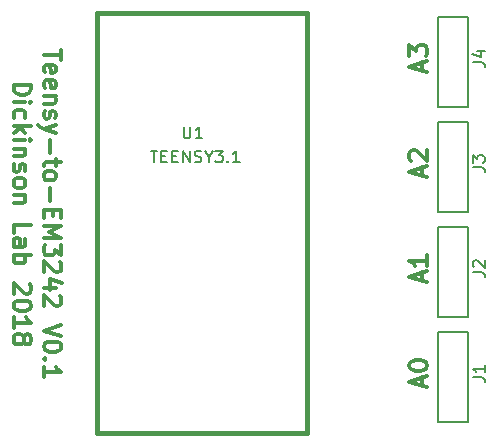
<source format=gbr>
G04 #@! TF.FileFunction,Legend,Top*
%FSLAX46Y46*%
G04 Gerber Fmt 4.6, Leading zero omitted, Abs format (unit mm)*
G04 Created by KiCad (PCBNEW 4.0.7-e2-6376~58~ubuntu16.04.1) date Fri Jan 12 16:09:03 2018*
%MOMM*%
%LPD*%
G01*
G04 APERTURE LIST*
%ADD10C,0.100000*%
%ADD11C,0.300000*%
%ADD12C,0.203200*%
%ADD13C,0.381000*%
%ADD14C,0.150000*%
G04 APERTURE END LIST*
D10*
D11*
X87245000Y-72191428D02*
X87245000Y-71477142D01*
X87673571Y-72334285D02*
X86173571Y-71834285D01*
X87673571Y-71334285D01*
X86316429Y-70905714D02*
X86245000Y-70834285D01*
X86173571Y-70691428D01*
X86173571Y-70334285D01*
X86245000Y-70191428D01*
X86316429Y-70119999D01*
X86459286Y-70048571D01*
X86602143Y-70048571D01*
X86816429Y-70119999D01*
X87673571Y-70977142D01*
X87673571Y-70048571D01*
X87245000Y-63301428D02*
X87245000Y-62587142D01*
X87673571Y-63444285D02*
X86173571Y-62944285D01*
X87673571Y-62444285D01*
X86173571Y-62087142D02*
X86173571Y-61158571D01*
X86745000Y-61658571D01*
X86745000Y-61444285D01*
X86816429Y-61301428D01*
X86887857Y-61229999D01*
X87030714Y-61158571D01*
X87387857Y-61158571D01*
X87530714Y-61229999D01*
X87602143Y-61301428D01*
X87673571Y-61444285D01*
X87673571Y-61872857D01*
X87602143Y-62015714D01*
X87530714Y-62087142D01*
X87245000Y-81081428D02*
X87245000Y-80367142D01*
X87673571Y-81224285D02*
X86173571Y-80724285D01*
X87673571Y-80224285D01*
X87673571Y-78938571D02*
X87673571Y-79795714D01*
X87673571Y-79367142D02*
X86173571Y-79367142D01*
X86387857Y-79509999D01*
X86530714Y-79652857D01*
X86602143Y-79795714D01*
X87245000Y-89971428D02*
X87245000Y-89257142D01*
X87673571Y-90114285D02*
X86173571Y-89614285D01*
X87673571Y-89114285D01*
X86173571Y-88328571D02*
X86173571Y-88185714D01*
X86245000Y-88042857D01*
X86316429Y-87971428D01*
X86459286Y-87899999D01*
X86745000Y-87828571D01*
X87102143Y-87828571D01*
X87387857Y-87899999D01*
X87530714Y-87971428D01*
X87602143Y-88042857D01*
X87673571Y-88185714D01*
X87673571Y-88328571D01*
X87602143Y-88471428D01*
X87530714Y-88542857D01*
X87387857Y-88614285D01*
X87102143Y-88685714D01*
X86745000Y-88685714D01*
X86459286Y-88614285D01*
X86316429Y-88542857D01*
X86245000Y-88471428D01*
X86173571Y-88328571D01*
X56706429Y-61509430D02*
X56706429Y-62366573D01*
X55206429Y-61938002D02*
X56706429Y-61938002D01*
X55277857Y-63438001D02*
X55206429Y-63295144D01*
X55206429Y-63009430D01*
X55277857Y-62866573D01*
X55420714Y-62795144D01*
X55992143Y-62795144D01*
X56135000Y-62866573D01*
X56206429Y-63009430D01*
X56206429Y-63295144D01*
X56135000Y-63438001D01*
X55992143Y-63509430D01*
X55849286Y-63509430D01*
X55706429Y-62795144D01*
X55277857Y-64723715D02*
X55206429Y-64580858D01*
X55206429Y-64295144D01*
X55277857Y-64152287D01*
X55420714Y-64080858D01*
X55992143Y-64080858D01*
X56135000Y-64152287D01*
X56206429Y-64295144D01*
X56206429Y-64580858D01*
X56135000Y-64723715D01*
X55992143Y-64795144D01*
X55849286Y-64795144D01*
X55706429Y-64080858D01*
X56206429Y-65438001D02*
X55206429Y-65438001D01*
X56063571Y-65438001D02*
X56135000Y-65509429D01*
X56206429Y-65652287D01*
X56206429Y-65866572D01*
X56135000Y-66009429D01*
X55992143Y-66080858D01*
X55206429Y-66080858D01*
X55277857Y-66723715D02*
X55206429Y-66866572D01*
X55206429Y-67152287D01*
X55277857Y-67295144D01*
X55420714Y-67366572D01*
X55492143Y-67366572D01*
X55635000Y-67295144D01*
X55706429Y-67152287D01*
X55706429Y-66938001D01*
X55777857Y-66795144D01*
X55920714Y-66723715D01*
X55992143Y-66723715D01*
X56135000Y-66795144D01*
X56206429Y-66938001D01*
X56206429Y-67152287D01*
X56135000Y-67295144D01*
X56206429Y-67866573D02*
X55206429Y-68223716D01*
X56206429Y-68580858D02*
X55206429Y-68223716D01*
X54849286Y-68080858D01*
X54777857Y-68009430D01*
X54706429Y-67866573D01*
X55777857Y-69152287D02*
X55777857Y-70295144D01*
X56206429Y-70795144D02*
X56206429Y-71366573D01*
X56706429Y-71009430D02*
X55420714Y-71009430D01*
X55277857Y-71080858D01*
X55206429Y-71223716D01*
X55206429Y-71366573D01*
X55206429Y-72080859D02*
X55277857Y-71938001D01*
X55349286Y-71866573D01*
X55492143Y-71795144D01*
X55920714Y-71795144D01*
X56063571Y-71866573D01*
X56135000Y-71938001D01*
X56206429Y-72080859D01*
X56206429Y-72295144D01*
X56135000Y-72438001D01*
X56063571Y-72509430D01*
X55920714Y-72580859D01*
X55492143Y-72580859D01*
X55349286Y-72509430D01*
X55277857Y-72438001D01*
X55206429Y-72295144D01*
X55206429Y-72080859D01*
X55777857Y-73223716D02*
X55777857Y-74366573D01*
X55992143Y-75080859D02*
X55992143Y-75580859D01*
X55206429Y-75795145D02*
X55206429Y-75080859D01*
X56706429Y-75080859D01*
X56706429Y-75795145D01*
X55206429Y-76438002D02*
X56706429Y-76438002D01*
X55635000Y-76938002D01*
X56706429Y-77438002D01*
X55206429Y-77438002D01*
X56706429Y-78009431D02*
X56706429Y-78938002D01*
X56135000Y-78438002D01*
X56135000Y-78652288D01*
X56063571Y-78795145D01*
X55992143Y-78866574D01*
X55849286Y-78938002D01*
X55492143Y-78938002D01*
X55349286Y-78866574D01*
X55277857Y-78795145D01*
X55206429Y-78652288D01*
X55206429Y-78223716D01*
X55277857Y-78080859D01*
X55349286Y-78009431D01*
X56563571Y-79509430D02*
X56635000Y-79580859D01*
X56706429Y-79723716D01*
X56706429Y-80080859D01*
X56635000Y-80223716D01*
X56563571Y-80295145D01*
X56420714Y-80366573D01*
X56277857Y-80366573D01*
X56063571Y-80295145D01*
X55206429Y-79438002D01*
X55206429Y-80366573D01*
X56206429Y-81652287D02*
X55206429Y-81652287D01*
X56777857Y-81295144D02*
X55706429Y-80938001D01*
X55706429Y-81866573D01*
X56563571Y-82366572D02*
X56635000Y-82438001D01*
X56706429Y-82580858D01*
X56706429Y-82938001D01*
X56635000Y-83080858D01*
X56563571Y-83152287D01*
X56420714Y-83223715D01*
X56277857Y-83223715D01*
X56063571Y-83152287D01*
X55206429Y-82295144D01*
X55206429Y-83223715D01*
X56706429Y-84795143D02*
X55206429Y-85295143D01*
X56706429Y-85795143D01*
X56706429Y-86580857D02*
X56706429Y-86723714D01*
X56635000Y-86866571D01*
X56563571Y-86938000D01*
X56420714Y-87009429D01*
X56135000Y-87080857D01*
X55777857Y-87080857D01*
X55492143Y-87009429D01*
X55349286Y-86938000D01*
X55277857Y-86866571D01*
X55206429Y-86723714D01*
X55206429Y-86580857D01*
X55277857Y-86438000D01*
X55349286Y-86366571D01*
X55492143Y-86295143D01*
X55777857Y-86223714D01*
X56135000Y-86223714D01*
X56420714Y-86295143D01*
X56563571Y-86366571D01*
X56635000Y-86438000D01*
X56706429Y-86580857D01*
X55349286Y-87723714D02*
X55277857Y-87795142D01*
X55206429Y-87723714D01*
X55277857Y-87652285D01*
X55349286Y-87723714D01*
X55206429Y-87723714D01*
X55206429Y-89223714D02*
X55206429Y-88366571D01*
X55206429Y-88795143D02*
X56706429Y-88795143D01*
X56492143Y-88652286D01*
X56349286Y-88509428D01*
X56277857Y-88366571D01*
X52656429Y-64473715D02*
X54156429Y-64473715D01*
X54156429Y-64830858D01*
X54085000Y-65045143D01*
X53942143Y-65188001D01*
X53799286Y-65259429D01*
X53513571Y-65330858D01*
X53299286Y-65330858D01*
X53013571Y-65259429D01*
X52870714Y-65188001D01*
X52727857Y-65045143D01*
X52656429Y-64830858D01*
X52656429Y-64473715D01*
X52656429Y-65973715D02*
X53656429Y-65973715D01*
X54156429Y-65973715D02*
X54085000Y-65902286D01*
X54013571Y-65973715D01*
X54085000Y-66045143D01*
X54156429Y-65973715D01*
X54013571Y-65973715D01*
X52727857Y-67330858D02*
X52656429Y-67188001D01*
X52656429Y-66902287D01*
X52727857Y-66759429D01*
X52799286Y-66688001D01*
X52942143Y-66616572D01*
X53370714Y-66616572D01*
X53513571Y-66688001D01*
X53585000Y-66759429D01*
X53656429Y-66902287D01*
X53656429Y-67188001D01*
X53585000Y-67330858D01*
X52656429Y-67973715D02*
X54156429Y-67973715D01*
X53227857Y-68116572D02*
X52656429Y-68545143D01*
X53656429Y-68545143D02*
X53085000Y-67973715D01*
X52656429Y-69188001D02*
X53656429Y-69188001D01*
X54156429Y-69188001D02*
X54085000Y-69116572D01*
X54013571Y-69188001D01*
X54085000Y-69259429D01*
X54156429Y-69188001D01*
X54013571Y-69188001D01*
X53656429Y-69902287D02*
X52656429Y-69902287D01*
X53513571Y-69902287D02*
X53585000Y-69973715D01*
X53656429Y-70116573D01*
X53656429Y-70330858D01*
X53585000Y-70473715D01*
X53442143Y-70545144D01*
X52656429Y-70545144D01*
X52727857Y-71188001D02*
X52656429Y-71330858D01*
X52656429Y-71616573D01*
X52727857Y-71759430D01*
X52870714Y-71830858D01*
X52942143Y-71830858D01*
X53085000Y-71759430D01*
X53156429Y-71616573D01*
X53156429Y-71402287D01*
X53227857Y-71259430D01*
X53370714Y-71188001D01*
X53442143Y-71188001D01*
X53585000Y-71259430D01*
X53656429Y-71402287D01*
X53656429Y-71616573D01*
X53585000Y-71759430D01*
X52656429Y-72688002D02*
X52727857Y-72545144D01*
X52799286Y-72473716D01*
X52942143Y-72402287D01*
X53370714Y-72402287D01*
X53513571Y-72473716D01*
X53585000Y-72545144D01*
X53656429Y-72688002D01*
X53656429Y-72902287D01*
X53585000Y-73045144D01*
X53513571Y-73116573D01*
X53370714Y-73188002D01*
X52942143Y-73188002D01*
X52799286Y-73116573D01*
X52727857Y-73045144D01*
X52656429Y-72902287D01*
X52656429Y-72688002D01*
X53656429Y-73830859D02*
X52656429Y-73830859D01*
X53513571Y-73830859D02*
X53585000Y-73902287D01*
X53656429Y-74045145D01*
X53656429Y-74259430D01*
X53585000Y-74402287D01*
X53442143Y-74473716D01*
X52656429Y-74473716D01*
X52656429Y-77045145D02*
X52656429Y-76330859D01*
X54156429Y-76330859D01*
X52656429Y-78188002D02*
X53442143Y-78188002D01*
X53585000Y-78116573D01*
X53656429Y-77973716D01*
X53656429Y-77688002D01*
X53585000Y-77545145D01*
X52727857Y-78188002D02*
X52656429Y-78045145D01*
X52656429Y-77688002D01*
X52727857Y-77545145D01*
X52870714Y-77473716D01*
X53013571Y-77473716D01*
X53156429Y-77545145D01*
X53227857Y-77688002D01*
X53227857Y-78045145D01*
X53299286Y-78188002D01*
X52656429Y-78902288D02*
X54156429Y-78902288D01*
X53585000Y-78902288D02*
X53656429Y-79045145D01*
X53656429Y-79330859D01*
X53585000Y-79473716D01*
X53513571Y-79545145D01*
X53370714Y-79616574D01*
X52942143Y-79616574D01*
X52799286Y-79545145D01*
X52727857Y-79473716D01*
X52656429Y-79330859D01*
X52656429Y-79045145D01*
X52727857Y-78902288D01*
X54013571Y-81330859D02*
X54085000Y-81402288D01*
X54156429Y-81545145D01*
X54156429Y-81902288D01*
X54085000Y-82045145D01*
X54013571Y-82116574D01*
X53870714Y-82188002D01*
X53727857Y-82188002D01*
X53513571Y-82116574D01*
X52656429Y-81259431D01*
X52656429Y-82188002D01*
X54156429Y-83116573D02*
X54156429Y-83259430D01*
X54085000Y-83402287D01*
X54013571Y-83473716D01*
X53870714Y-83545145D01*
X53585000Y-83616573D01*
X53227857Y-83616573D01*
X52942143Y-83545145D01*
X52799286Y-83473716D01*
X52727857Y-83402287D01*
X52656429Y-83259430D01*
X52656429Y-83116573D01*
X52727857Y-82973716D01*
X52799286Y-82902287D01*
X52942143Y-82830859D01*
X53227857Y-82759430D01*
X53585000Y-82759430D01*
X53870714Y-82830859D01*
X54013571Y-82902287D01*
X54085000Y-82973716D01*
X54156429Y-83116573D01*
X52656429Y-85045144D02*
X52656429Y-84188001D01*
X52656429Y-84616573D02*
X54156429Y-84616573D01*
X53942143Y-84473716D01*
X53799286Y-84330858D01*
X53727857Y-84188001D01*
X53513571Y-85902287D02*
X53585000Y-85759429D01*
X53656429Y-85688001D01*
X53799286Y-85616572D01*
X53870714Y-85616572D01*
X54013571Y-85688001D01*
X54085000Y-85759429D01*
X54156429Y-85902287D01*
X54156429Y-86188001D01*
X54085000Y-86330858D01*
X54013571Y-86402287D01*
X53870714Y-86473715D01*
X53799286Y-86473715D01*
X53656429Y-86402287D01*
X53585000Y-86330858D01*
X53513571Y-86188001D01*
X53513571Y-85902287D01*
X53442143Y-85759429D01*
X53370714Y-85688001D01*
X53227857Y-85616572D01*
X52942143Y-85616572D01*
X52799286Y-85688001D01*
X52727857Y-85759429D01*
X52656429Y-85902287D01*
X52656429Y-86188001D01*
X52727857Y-86330858D01*
X52799286Y-86402287D01*
X52942143Y-86473715D01*
X53227857Y-86473715D01*
X53370714Y-86402287D01*
X53442143Y-86330858D01*
X53513571Y-86188001D01*
D12*
X88582500Y-93027500D02*
X91122500Y-93027500D01*
X91122500Y-93027500D02*
X91122500Y-85407500D01*
X91122500Y-85407500D02*
X88582500Y-85407500D01*
X88582500Y-85407500D02*
X88582500Y-93027500D01*
X88582500Y-84137500D02*
X91122500Y-84137500D01*
X91122500Y-84137500D02*
X91122500Y-76517500D01*
X91122500Y-76517500D02*
X88582500Y-76517500D01*
X88582500Y-76517500D02*
X88582500Y-84137500D01*
X88582500Y-75247500D02*
X91122500Y-75247500D01*
X91122500Y-75247500D02*
X91122500Y-67627500D01*
X91122500Y-67627500D02*
X88582500Y-67627500D01*
X88582500Y-67627500D02*
X88582500Y-75247500D01*
X88582500Y-66357500D02*
X91122500Y-66357500D01*
X91122500Y-66357500D02*
X91122500Y-58737500D01*
X91122500Y-58737500D02*
X88582500Y-58737500D01*
X88582500Y-58737500D02*
X88582500Y-66357500D01*
D13*
X59690000Y-58420000D02*
X59690000Y-93980000D01*
X59690000Y-93980000D02*
X77470000Y-93980000D01*
X77470000Y-93980000D02*
X77470000Y-58420000D01*
X77470000Y-58420000D02*
X59690000Y-58420000D01*
D14*
X91527381Y-89233333D02*
X92241667Y-89233333D01*
X92384524Y-89280953D01*
X92479762Y-89376191D01*
X92527381Y-89519048D01*
X92527381Y-89614286D01*
X92527381Y-88233333D02*
X92527381Y-88804762D01*
X92527381Y-88519048D02*
X91527381Y-88519048D01*
X91670238Y-88614286D01*
X91765476Y-88709524D01*
X91813095Y-88804762D01*
X91527381Y-80343333D02*
X92241667Y-80343333D01*
X92384524Y-80390953D01*
X92479762Y-80486191D01*
X92527381Y-80629048D01*
X92527381Y-80724286D01*
X91622619Y-79914762D02*
X91575000Y-79867143D01*
X91527381Y-79771905D01*
X91527381Y-79533809D01*
X91575000Y-79438571D01*
X91622619Y-79390952D01*
X91717857Y-79343333D01*
X91813095Y-79343333D01*
X91955952Y-79390952D01*
X92527381Y-79962381D01*
X92527381Y-79343333D01*
X91527381Y-71453333D02*
X92241667Y-71453333D01*
X92384524Y-71500953D01*
X92479762Y-71596191D01*
X92527381Y-71739048D01*
X92527381Y-71834286D01*
X91527381Y-71072381D02*
X91527381Y-70453333D01*
X91908333Y-70786667D01*
X91908333Y-70643809D01*
X91955952Y-70548571D01*
X92003571Y-70500952D01*
X92098810Y-70453333D01*
X92336905Y-70453333D01*
X92432143Y-70500952D01*
X92479762Y-70548571D01*
X92527381Y-70643809D01*
X92527381Y-70929524D01*
X92479762Y-71024762D01*
X92432143Y-71072381D01*
X91527381Y-62563333D02*
X92241667Y-62563333D01*
X92384524Y-62610953D01*
X92479762Y-62706191D01*
X92527381Y-62849048D01*
X92527381Y-62944286D01*
X91860714Y-61658571D02*
X92527381Y-61658571D01*
X91479762Y-61896667D02*
X92194048Y-62134762D01*
X92194048Y-61515714D01*
X67056095Y-68032381D02*
X67056095Y-68841905D01*
X67103714Y-68937143D01*
X67151333Y-68984762D01*
X67246571Y-69032381D01*
X67437048Y-69032381D01*
X67532286Y-68984762D01*
X67579905Y-68937143D01*
X67627524Y-68841905D01*
X67627524Y-68032381D01*
X68627524Y-69032381D02*
X68056095Y-69032381D01*
X68341809Y-69032381D02*
X68341809Y-68032381D01*
X68246571Y-68175238D01*
X68151333Y-68270476D01*
X68056095Y-68318095D01*
X64262476Y-70064381D02*
X64833905Y-70064381D01*
X64548190Y-71064381D02*
X64548190Y-70064381D01*
X65167238Y-70540571D02*
X65500572Y-70540571D01*
X65643429Y-71064381D02*
X65167238Y-71064381D01*
X65167238Y-70064381D01*
X65643429Y-70064381D01*
X66072000Y-70540571D02*
X66405334Y-70540571D01*
X66548191Y-71064381D02*
X66072000Y-71064381D01*
X66072000Y-70064381D01*
X66548191Y-70064381D01*
X66976762Y-71064381D02*
X66976762Y-70064381D01*
X67548191Y-71064381D01*
X67548191Y-70064381D01*
X67976762Y-71016762D02*
X68119619Y-71064381D01*
X68357715Y-71064381D01*
X68452953Y-71016762D01*
X68500572Y-70969143D01*
X68548191Y-70873905D01*
X68548191Y-70778667D01*
X68500572Y-70683429D01*
X68452953Y-70635810D01*
X68357715Y-70588190D01*
X68167238Y-70540571D01*
X68072000Y-70492952D01*
X68024381Y-70445333D01*
X67976762Y-70350095D01*
X67976762Y-70254857D01*
X68024381Y-70159619D01*
X68072000Y-70112000D01*
X68167238Y-70064381D01*
X68405334Y-70064381D01*
X68548191Y-70112000D01*
X69167238Y-70588190D02*
X69167238Y-71064381D01*
X68833905Y-70064381D02*
X69167238Y-70588190D01*
X69500572Y-70064381D01*
X69738667Y-70064381D02*
X70357715Y-70064381D01*
X70024381Y-70445333D01*
X70167239Y-70445333D01*
X70262477Y-70492952D01*
X70310096Y-70540571D01*
X70357715Y-70635810D01*
X70357715Y-70873905D01*
X70310096Y-70969143D01*
X70262477Y-71016762D01*
X70167239Y-71064381D01*
X69881524Y-71064381D01*
X69786286Y-71016762D01*
X69738667Y-70969143D01*
X70786286Y-70969143D02*
X70833905Y-71016762D01*
X70786286Y-71064381D01*
X70738667Y-71016762D01*
X70786286Y-70969143D01*
X70786286Y-71064381D01*
X71786286Y-71064381D02*
X71214857Y-71064381D01*
X71500571Y-71064381D02*
X71500571Y-70064381D01*
X71405333Y-70207238D01*
X71310095Y-70302476D01*
X71214857Y-70350095D01*
M02*

</source>
